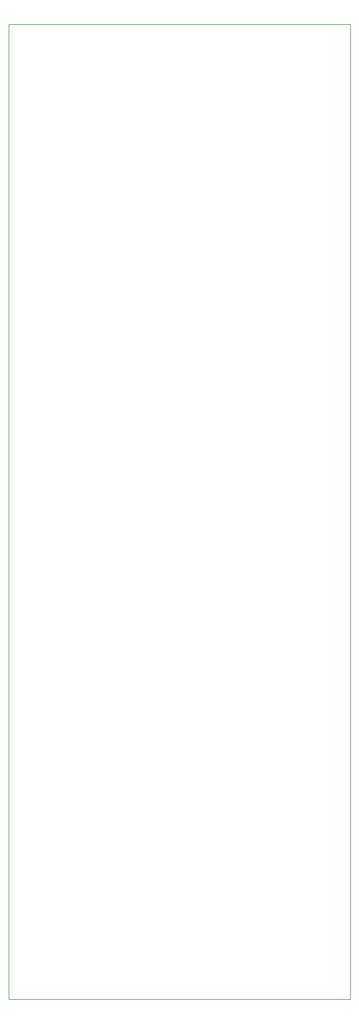
<source format=gm1>
G04 #@! TF.GenerationSoftware,KiCad,Pcbnew,(5.1.4)-1*
G04 #@! TF.CreationDate,2020-09-21T14:40:53+02:00*
G04 #@! TF.ProjectId,triggerbox,74726967-6765-4726-926f-782e6b696361,rev?*
G04 #@! TF.SameCoordinates,Original*
G04 #@! TF.FileFunction,Profile,NP*
%FSLAX46Y46*%
G04 Gerber Fmt 4.6, Leading zero omitted, Abs format (unit mm)*
G04 Created by KiCad (PCBNEW (5.1.4)-1) date 2020-09-21 14:40:53*
%MOMM*%
%LPD*%
G04 APERTURE LIST*
%ADD10C,0.100000*%
G04 APERTURE END LIST*
D10*
X47000000Y-24400000D02*
X47000000Y-166900000D01*
X97000000Y-24400000D02*
X47000000Y-24400000D01*
X97000000Y-166900000D02*
X97000000Y-24400000D01*
X47000000Y-166900000D02*
X97000000Y-166900000D01*
M02*

</source>
